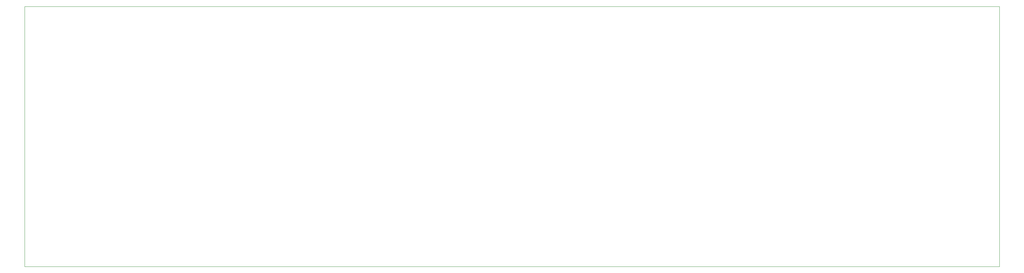
<source format=gbr>
%TF.GenerationSoftware,KiCad,Pcbnew,8.0.4*%
%TF.CreationDate,2024-09-17T23:37:22+02:00*%
%TF.ProjectId,Buttons_Flash,42757474-6f6e-4735-9f46-6c6173682e6b,rev?*%
%TF.SameCoordinates,Original*%
%TF.FileFunction,Profile,NP*%
%FSLAX46Y46*%
G04 Gerber Fmt 4.6, Leading zero omitted, Abs format (unit mm)*
G04 Created by KiCad (PCBNEW 8.0.4) date 2024-09-17 23:37:22*
%MOMM*%
%LPD*%
G01*
G04 APERTURE LIST*
%TA.AperFunction,Profile*%
%ADD10C,0.050000*%
%TD*%
G04 APERTURE END LIST*
D10*
X275000000Y-150000000D02*
X275000000Y-82000000D01*
X275000000Y-82000000D02*
X20000000Y-82000000D01*
X20000000Y-82000000D02*
X20000000Y-150000000D01*
X20000000Y-150000000D02*
X275000000Y-150000000D01*
M02*

</source>
